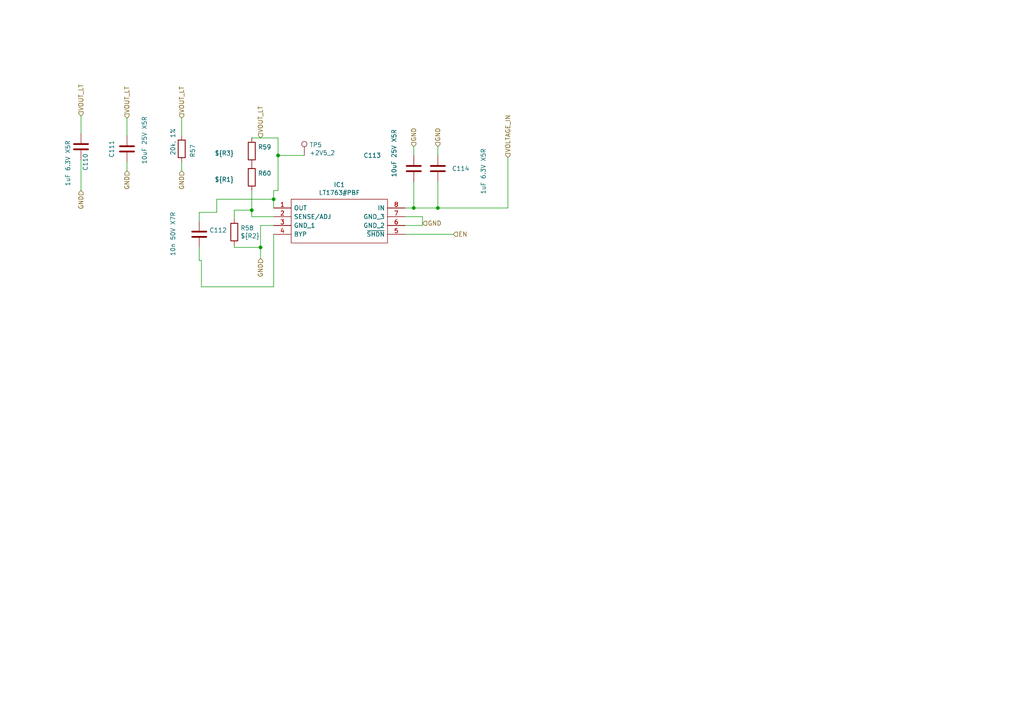
<source format=kicad_sch>
(kicad_sch (version 20231120) (generator "eeschema") (generator_version "8.0")
  (paper "A4")
  (lib_symbols
    (symbol "Connector:TestPoint" (pin_numbers hide) (pin_names (offset 0.762) hide)
      (property "Reference" "TP" (at 0 6.858 0))
      (property "Value" "TestPoint" (at 0 5.08 0))
      (symbol "TestPoint_0_1"
        (circle (center 0 3.302) (radius 0.762))
      )
      (symbol "TestPoint_1_1"
        (pin passive line (at 0 0 90) (length 2.54) (name "1") (number "1"))
      )
    )
    (symbol "Device:C" (pin_numbers hide) (pin_names (offset 0.254))
      (property "Reference" "C" (at 0.635 2.54 0))
      (property "Value" "C" (at 0.635 -2.54 0))
      (symbol "C_0_1"
        (polyline (pts (xy -2.032 -0.762) (xy 2.032 -0.762)) (stroke (width 0.508)))
        (polyline (pts (xy -2.032 0.762) (xy 2.032 0.762)) (stroke (width 0.508)))
      )
      (symbol "C_1_1"
        (pin passive line (at 0 3.81 270) (length 2.794) (name "~") (number "1"))
        (pin passive line (at 0 -3.81 90) (length 2.794) (name "~") (number "2"))
      )
    )
    (symbol "Device:R" (pin_numbers hide) (pin_names (offset 0))
      (property "Reference" "R" (at 2.032 0 90))
      (property "Value" "R" (at 0 0 90))
      (symbol "R_0_1"
        (rectangle (start -1.016 -2.54) (end 1.016 2.54) (stroke (width 0.254)))
      )
      (symbol "R_1_1"
        (pin passive line (at 0 3.81 270) (length 1.27) (name "~") (number "1"))
        (pin passive line (at 0 -3.81 90) (length 1.27) (name "~") (number "2"))
      )
    )
    (symbol "Library:LT1763CS8" (pin_names (offset 0.762))
      (property "Reference" "IC661" (at 19.05 6.731 0))
      (property "Value" "LT1763CS8" (at 19.05 4.4196 0))
      (symbol "LT1763CS8_0_0"
        (pin input line (at 0 0 0) (length 5.08) (name "OUT") (number "1"))
        (pin input line (at 0 -2.54 0) (length 5.08) (name "SENSE/ADJ~{}") (number "2"))
        (pin input line (at 0 -5.08 0) (length 5.08) (name "GND_1") (number "3"))
        (pin input line (at 0 -7.62 0) (length 5.08) (name "BYP") (number "4"))
        (pin input line (at 38.1 -7.62 180) (length 5.08) (name "~{SHDN}") (number "5"))
        (pin input line (at 38.1 -5.08 180) (length 5.08) (name "GND_2") (number "6"))
        (pin input line (at 38.1 -2.54 180) (length 5.08) (name "GND_3") (number "7"))
        (pin input line (at 38.1 0 180) (length 5.08) (name "IN") (number "8"))
      )
      (symbol "LT1763CS8_0_1"
        (polyline (pts (xy 5.08 2.54) (xy 33.02 2.54) (xy 33.02 -10.16) (xy 5.08 -10.16) (xy 5.08 2.54)) (stroke (width 0.1524)))
      )
    )
  )
  (junction (at 80.645 45.085))
  (junction (at 73.025 60.96))
  (junction (at 127 60.325))
  (junction (at 120.015 60.325))
  (junction (at 75.565 71.755))
  (junction (at 79.375 57.785))
  (wire (pts (xy 88.265 45.085) (xy 80.645 45.085)))
  (wire (pts (xy 127 60.325) (xy 147.32 60.325)))
  (wire (pts (xy 62.865 57.785) (xy 62.865 61.595)))
  (wire (pts (xy 73.025 62.865) (xy 73.025 60.96)))
  (wire (pts (xy 80.645 40.005) (xy 73.025 40.005)))
  (wire (pts (xy 79.375 83.185) (xy 58.42 83.185)))
  (wire (pts (xy 127 42.545) (xy 127 45.085)))
  (wire (pts (xy 79.375 67.945) (xy 79.375 83.185)))
  (wire (pts (xy 127 52.705) (xy 127 60.325)))
  (wire (pts (xy 57.785 71.755) (xy 57.785 75.565)))
  (wire (pts (xy 36.83 34.29) (xy 36.83 39.37)))
  (wire (pts (xy 67.945 71.12) (xy 67.945 71.755)))
  (wire (pts (xy 122.555 62.865) (xy 117.475 62.865)))
  (wire (pts (xy 58.42 75.565) (xy 57.785 75.565)))
  (wire (pts (xy 147.32 60.325) (xy 147.32 45.72)))
  (wire (pts (xy 57.785 61.595) (xy 57.785 64.135)))
  (wire (pts (xy 79.375 55.245) (xy 80.645 55.245)))
  (wire (pts (xy 79.375 62.865) (xy 73.025 62.865)))
  (wire (pts (xy 62.865 57.785) (xy 79.375 57.785)))
  (wire (pts (xy 67.945 60.96) (xy 67.945 63.5)))
  (wire (pts (xy 120.015 45.085) (xy 120.015 42.545)))
  (wire (pts (xy 117.475 67.945) (xy 131.445 67.945)))
  (wire (pts (xy 73.025 60.96) (xy 73.025 55.245)))
  (wire (pts (xy 62.865 61.595) (xy 57.785 61.595)))
  (wire (pts (xy 67.945 60.96) (xy 73.025 60.96)))
  (wire (pts (xy 122.555 62.865) (xy 122.555 65.405)))
  (wire (pts (xy 120.015 60.325) (xy 127 60.325)))
  (wire (pts (xy 67.945 71.755) (xy 75.565 71.755)))
  (wire (pts (xy 23.495 33.655) (xy 23.495 38.735)))
  (wire (pts (xy 117.475 65.405) (xy 122.555 65.405)))
  (wire (pts (xy 58.42 83.185) (xy 58.42 75.565)))
  (wire (pts (xy 117.475 60.325) (xy 120.015 60.325)))
  (wire (pts (xy 75.565 65.405) (xy 79.375 65.405)))
  (wire (pts (xy 80.645 40.005) (xy 80.645 45.085)))
  (wire (pts (xy 75.565 71.755) (xy 75.565 65.405)))
  (wire (pts (xy 120.015 60.325) (xy 120.015 52.705)))
  (wire (pts (xy 23.495 46.355) (xy 23.495 55.245)))
  (wire (pts (xy 52.705 46.99) (xy 52.705 49.53)))
  (wire (pts (xy 75.565 74.93) (xy 75.565 71.755)))
  (wire (pts (xy 79.375 57.785) (xy 79.375 55.245)))
  (wire (pts (xy 80.645 45.085) (xy 80.645 55.245)))
  (wire (pts (xy 79.375 60.325) (xy 79.375 57.785)))
  (wire (pts (xy 36.83 46.99) (xy 36.83 49.53)))
  (wire (pts (xy 52.705 34.29) (xy 52.705 39.37)))
  (hierarchical_label "VOLTAGE_IN" (shape input) (at 147.32 45.72 90))
  (hierarchical_label "GND" (shape input) (at 36.83 49.53 270))
  (hierarchical_label "GND" (shape input) (at 75.565 74.93 270))
  (hierarchical_label "GND" (shape input) (at 23.495 55.245 270))
  (hierarchical_label "VOUT_LT" (shape input) (at 23.495 33.655 90))
  (hierarchical_label "VOUT_LT" (shape input) (at 52.705 34.29 90))
  (hierarchical_label "GND" (shape input) (at 120.015 42.545 90))
  (hierarchical_label "GND" (shape input) (at 127 42.545 90))
  (hierarchical_label "VOUT_LT" (shape input) (at 36.83 34.29 90))
  (hierarchical_label "EN" (shape input) (at 131.445 67.945 0))
  (hierarchical_label "VOUT_LT" (shape input) (at 75.565 40.005 90))
  (hierarchical_label "GND" (shape input) (at 122.555 64.77 0))
  (hierarchical_label "GND" (shape input) (at 52.705 49.53 270))
  (symbol (lib_id "Device:C") (at 57.785 67.945 0) (unit 1)
    (property "Reference" "C112" (at 60.706 66.7766 0) (effects (justify left)))
    (property "Value" "10n 50V X7R" (at 50.165 74.295 90) (effects (justify left)))
    (property "Footprint" "lib_mods:C_0603_1608Metric_u" (effects (hide yes)))
    (property "HQ" "CA0136913" (effects (hide yes)))
    (property "JLC" "0603" (effects (hide yes)))
    (property "LCSC" "C57112" (effects (hide yes)))
    (instances (project "linbo3modulator" (path "" (reference "C112") (unit 1)) (path "" (reference "C125") (unit 1))))
  )
  (symbol (lib_id "Device:R") (at 52.705 43.18 0) (unit 1)
    (property "Reference" "R57" (at 55.88 45.72 90) (effects (justify left)))
    (property "Value" "20k, 1%" (at 50.165 45.085 90) (effects (justify left)))
    (property "Footprint" "lib_mods:R_0603_1608Metric_u" (effects (hide yes)))
    (property "JLC" "0603" (effects (hide yes)))
    (property "LCSC" "C4184" (effects (hide yes)))
    (instances (project "linbo3modulator" (path "" (reference "R57") (unit 1)) (path "" (reference "R62") (unit 1))))
  )
  (symbol (lib_id "Device:R") (at 67.945 67.31 0) (unit 1)
    (property "Reference" "R58" (at 69.723 66.1416 0) (effects (justify left)))
    (property "Value" "${R2}" (at 69.723 68.453 0) (effects (justify left)))
    (property "Footprint" "lib_mods:R_0603_1608Metric_u" (effects (hide yes)))
    (property "JLC" "0603" (effects (hide yes)))
    (property "LCSC" "${R2LCSC}" (effects (hide yes)))
    (instances (project "linbo3modulator" (path "" (reference "R58") (unit 1)) (path "" (reference "R86") (unit 1))))
  )
  (symbol (lib_id "Device:C") (at 120.015 48.895 0) (unit 1)
    (property "Reference" "C113" (at 105.41 45.085 0) (effects (justify left)))
    (property "Value" "10uF 25V X5R" (at 114.3 51.435 90) (effects (justify left)))
    (property "Footprint" "lib_mods:C_0805_2012Metric_u" (effects (hide yes)))
    (property "HQ" "CA0174045" (effects (hide yes)))
    (property "JLC" "0805" (effects (hide yes)))
    (property "LCSC" "C15850" (effects (hide yes)))
    (instances (project "linbo3modulator" (path "" (reference "C113") (unit 1)) (path "" (reference "C126") (unit 1))))
  )
  (symbol (lib_id "Device:C") (at 36.83 43.18 180) (unit 1)
    (property "Reference" "C111" (at 32.385 40.64 90) (effects (justify left)))
    (property "Value" "10uF 25V X5R" (at 41.91 33.655 90) (effects (justify left)))
    (property "Footprint" "lib_mods:C_0805_2012Metric_u" (effects (hide yes)))
    (property "HQ" "CA0174045" (effects (hide yes)))
    (property "JLC" "0805" (effects (hide yes)))
    (property "LCSC" "C15850" (effects (hide yes)))
    (instances (project "linbo3modulator" (path "" (reference "C111") (unit 1)) (path "" (reference "C124") (unit 1))))
  )
  (symbol (lib_id "Device:C") (at 127 48.895 0) (unit 1)
    (property "Reference" "C114" (at 131.064 48.895 0) (effects (justify left)))
    (property "Value" "1uF 6.3V X5R" (at 140.208 56.388 90) (effects (justify left)))
    (property "Footprint" "lib_mods:C_0603_1608Metric_u" (effects (hide yes)))
    (property "HQ" "CA0000456" (effects (hide yes)))
    (property "JLC" "0603" (effects (hide yes)))
    (property "LCSC" "C15849" (effects (hide yes)))
    (instances (project "linbo3modulator" (path "" (reference "C114") (unit 1)) (path "" (reference "C127") (unit 1))))
  )
  (symbol (lib_id "Device:C") (at 23.495 42.545 180) (unit 1)
    (property "Reference" "C110" (at 24.765 44.45 90) (effects (justify left)))
    (property "Value" "1uF 6.3V X5R" (at 19.685 40.64 90) (effects (justify left)))
    (property "Footprint" "lib_mods:C_0603_1608Metric_u" (effects (hide yes)))
    (property "HQ" "CA0000456" (effects (hide yes)))
    (property "JLC" "0603" (effects (hide yes)))
    (property "LCSC" "C15849" (effects (hide yes)))
    (instances (project "linbo3modulator" (path "" (reference "C110") (unit 1)) (path "" (reference "C123") (unit 1))))
  )
  (symbol (lib_id "Device:R") (at 73.025 43.815 0) (unit 1)
    (property "Reference" "R59" (at 74.803 42.6466 0) (effects (justify left)))
    (property "Value" "${R3}" (at 62.23 44.45 0) (effects (justify left)))
    (property "Footprint" "lib_mods:R_0603_1608Metric_u" (effects (hide yes)))
    (property "JLC" "0603" (effects (hide yes)))
    (property "LCSC" "${R3LCSC}" (effects (hide yes)))
    (instances (project "linbo3modulator" (path "" (reference "R59") (unit 1)) (path "" (reference "R100") (unit 1))))
  )
  (symbol (lib_id "Library:LT1763CS8") (at 79.375 60.325 0) (unit 1)
    (property "Reference" "IC1" (at 98.425 53.594 0))
    (property "Value" "LT1763#PBF" (at 98.425 55.9054 0))
    (property "Footprint" "lib_mods:LT1763CS8_PBF_SOIC127P599X175-8N" (effects (hide yes)))
    (property "Datasheet" "http://www.analog.com/media/en/technical-documentation/data-sheets/1763fh.pdf" (effects (hide yes)))
    (property "Description" "500mA, Low Noise, LDO Micropower Regulator, SO-8" (effects (hide yes)))
    (property "Height" "1.752" (effects (hide yes)))
    (property "Manufacturer_Name" "Analog Devices" (effects (hide yes)))
    (property "Manufacturer_Part_Number" "LT1763CS8-1.8#PBF" (effects (hide yes)))
    (property "HQ" "IC0135307" (effects (hide yes)))
    (property "LCSC" "C514413" (effects (hide yes)))
    (instances (project "linbo3modulator" (path "" (reference "IC1") (unit 1)) (path "" (reference "IC2") (unit 1))))
  )
  (symbol (lib_id "Device:R") (at 73.025 51.435 0) (unit 1)
    (property "Reference" "R60" (at 74.803 50.2666 0) (effects (justify left)))
    (property "Value" "${R1}" (at 62.23 52.07 0) (effects (justify left)))
    (property "Footprint" "lib_mods:R_0603_1608Metric_u" (effects (hide yes)))
    (property "JLC" "0603" (effects (hide yes)))
    (property "LCSC" "${R1LCSC}" (effects (hide yes)))
    (instances (project "linbo3modulator" (path "" (reference "R60") (unit 1)) (path "" (reference "R101") (unit 1))))
  )
  (symbol (lib_id "Connector:TestPoint") (at 88.265 45.085 0) (unit 1)
    (property "Reference" "TP5" (at 89.7382 42.037 0) (effects (justify left)))
    (property "Value" "+2V5_2" (at 89.7382 44.3484 0) (effects (justify left)))
    (property "Footprint" "TestPoint:TestPoint_Pad_D1.0mm" (effects (hide yes)))
    (instances (project "linbo3modulator" (path "" (reference "TP5") (unit 1)) (path "" (reference "TP7") (unit 1))))
  )
)
</source>
